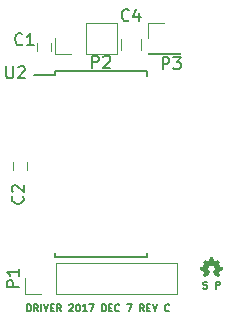
<source format=gto>
G04 #@! TF.FileFunction,Legend,Top*
%FSLAX46Y46*%
G04 Gerber Fmt 4.6, Leading zero omitted, Abs format (unit mm)*
G04 Created by KiCad (PCBNEW 4.0.4-stable) date 12/10/17 22:01:48*
%MOMM*%
%LPD*%
G01*
G04 APERTURE LIST*
%ADD10C,0.100000*%
%ADD11C,0.150000*%
%ADD12C,0.120000*%
G04 APERTURE END LIST*
D10*
D11*
X-6254001Y-12463429D02*
X-6254001Y-11863429D01*
X-6111144Y-11863429D01*
X-6025429Y-11892000D01*
X-5968287Y-11949143D01*
X-5939715Y-12006286D01*
X-5911144Y-12120571D01*
X-5911144Y-12206286D01*
X-5939715Y-12320571D01*
X-5968287Y-12377714D01*
X-6025429Y-12434857D01*
X-6111144Y-12463429D01*
X-6254001Y-12463429D01*
X-5311144Y-12463429D02*
X-5511144Y-12177714D01*
X-5654001Y-12463429D02*
X-5654001Y-11863429D01*
X-5425429Y-11863429D01*
X-5368287Y-11892000D01*
X-5339715Y-11920571D01*
X-5311144Y-11977714D01*
X-5311144Y-12063429D01*
X-5339715Y-12120571D01*
X-5368287Y-12149143D01*
X-5425429Y-12177714D01*
X-5654001Y-12177714D01*
X-5054001Y-12463429D02*
X-5054001Y-11863429D01*
X-4854001Y-11863429D02*
X-4654001Y-12463429D01*
X-4454001Y-11863429D01*
X-4254001Y-12149143D02*
X-4054001Y-12149143D01*
X-3968287Y-12463429D02*
X-4254001Y-12463429D01*
X-4254001Y-11863429D01*
X-3968287Y-11863429D01*
X-3368287Y-12463429D02*
X-3568287Y-12177714D01*
X-3711144Y-12463429D02*
X-3711144Y-11863429D01*
X-3482572Y-11863429D01*
X-3425430Y-11892000D01*
X-3396858Y-11920571D01*
X-3368287Y-11977714D01*
X-3368287Y-12063429D01*
X-3396858Y-12120571D01*
X-3425430Y-12149143D01*
X-3482572Y-12177714D01*
X-3711144Y-12177714D01*
X-2682572Y-11920571D02*
X-2654001Y-11892000D01*
X-2596858Y-11863429D01*
X-2454001Y-11863429D01*
X-2396858Y-11892000D01*
X-2368287Y-11920571D01*
X-2339715Y-11977714D01*
X-2339715Y-12034857D01*
X-2368287Y-12120571D01*
X-2711144Y-12463429D01*
X-2339715Y-12463429D01*
X-1968286Y-11863429D02*
X-1911143Y-11863429D01*
X-1854000Y-11892000D01*
X-1825429Y-11920571D01*
X-1796858Y-11977714D01*
X-1768286Y-12092000D01*
X-1768286Y-12234857D01*
X-1796858Y-12349143D01*
X-1825429Y-12406286D01*
X-1854000Y-12434857D01*
X-1911143Y-12463429D01*
X-1968286Y-12463429D01*
X-2025429Y-12434857D01*
X-2054000Y-12406286D01*
X-2082572Y-12349143D01*
X-2111143Y-12234857D01*
X-2111143Y-12092000D01*
X-2082572Y-11977714D01*
X-2054000Y-11920571D01*
X-2025429Y-11892000D01*
X-1968286Y-11863429D01*
X-1196857Y-12463429D02*
X-1539714Y-12463429D01*
X-1368286Y-12463429D02*
X-1368286Y-11863429D01*
X-1425429Y-11949143D01*
X-1482571Y-12006286D01*
X-1539714Y-12034857D01*
X-996857Y-11863429D02*
X-596857Y-11863429D01*
X-854000Y-12463429D01*
X88858Y-12463429D02*
X88858Y-11863429D01*
X231715Y-11863429D01*
X317430Y-11892000D01*
X374572Y-11949143D01*
X403144Y-12006286D01*
X431715Y-12120571D01*
X431715Y-12206286D01*
X403144Y-12320571D01*
X374572Y-12377714D01*
X317430Y-12434857D01*
X231715Y-12463429D01*
X88858Y-12463429D01*
X688858Y-12149143D02*
X888858Y-12149143D01*
X974572Y-12463429D02*
X688858Y-12463429D01*
X688858Y-11863429D01*
X974572Y-11863429D01*
X1574572Y-12406286D02*
X1546001Y-12434857D01*
X1460287Y-12463429D01*
X1403144Y-12463429D01*
X1317429Y-12434857D01*
X1260287Y-12377714D01*
X1231715Y-12320571D01*
X1203144Y-12206286D01*
X1203144Y-12120571D01*
X1231715Y-12006286D01*
X1260287Y-11949143D01*
X1317429Y-11892000D01*
X1403144Y-11863429D01*
X1460287Y-11863429D01*
X1546001Y-11892000D01*
X1574572Y-11920571D01*
X2231715Y-11863429D02*
X2631715Y-11863429D01*
X2374572Y-12463429D01*
X3660287Y-12463429D02*
X3460287Y-12177714D01*
X3317430Y-12463429D02*
X3317430Y-11863429D01*
X3546002Y-11863429D01*
X3603144Y-11892000D01*
X3631716Y-11920571D01*
X3660287Y-11977714D01*
X3660287Y-12063429D01*
X3631716Y-12120571D01*
X3603144Y-12149143D01*
X3546002Y-12177714D01*
X3317430Y-12177714D01*
X3917430Y-12149143D02*
X4117430Y-12149143D01*
X4203144Y-12463429D02*
X3917430Y-12463429D01*
X3917430Y-11863429D01*
X4203144Y-11863429D01*
X4374573Y-11863429D02*
X4574573Y-12463429D01*
X4774573Y-11863429D01*
X5774573Y-12406286D02*
X5746002Y-12434857D01*
X5660288Y-12463429D01*
X5603145Y-12463429D01*
X5517430Y-12434857D01*
X5460288Y-12377714D01*
X5431716Y-12320571D01*
X5403145Y-12206286D01*
X5403145Y-12120571D01*
X5431716Y-12006286D01*
X5460288Y-11949143D01*
X5517430Y-11892000D01*
X5603145Y-11863429D01*
X5660288Y-11863429D01*
X5746002Y-11892000D01*
X5774573Y-11920571D01*
X8668131Y-10502210D02*
X8753845Y-10530782D01*
X8896702Y-10530782D01*
X8953845Y-10502210D01*
X8982416Y-10473639D01*
X9010988Y-10416496D01*
X9010988Y-10359353D01*
X8982416Y-10302210D01*
X8953845Y-10273639D01*
X8896702Y-10245067D01*
X8782416Y-10216496D01*
X8725274Y-10187924D01*
X8696702Y-10159353D01*
X8668131Y-10102210D01*
X8668131Y-10045067D01*
X8696702Y-9987924D01*
X8725274Y-9959353D01*
X8782416Y-9930782D01*
X8925274Y-9930782D01*
X9010988Y-9959353D01*
X9725274Y-10530782D02*
X9725274Y-9930782D01*
X9953846Y-9930782D01*
X10010988Y-9959353D01*
X10039560Y-9987924D01*
X10068131Y-10045067D01*
X10068131Y-10130782D01*
X10039560Y-10187924D01*
X10010988Y-10216496D01*
X9953846Y-10245067D01*
X9725274Y-10245067D01*
X-3876000Y7875000D02*
X-3876000Y7600000D01*
X3874000Y7875000D02*
X3874000Y7510000D01*
X3874000Y-7875000D02*
X3874000Y-7510000D01*
X-3876000Y-7875000D02*
X-3876000Y-7510000D01*
X-3876000Y7875000D02*
X3874000Y7875000D01*
X-3876000Y-7875000D02*
X3874000Y-7875000D01*
X-3876000Y7600000D02*
X-5701000Y7600000D01*
D10*
G36*
X10302519Y-8697338D02*
X10070547Y-8654200D01*
X10056817Y-8642389D01*
X9985711Y-8476499D01*
X9986840Y-8458564D01*
X10121996Y-8261572D01*
X10120514Y-8245542D01*
X9951703Y-8076731D01*
X9935687Y-8075249D01*
X9735239Y-8212804D01*
X9717219Y-8214103D01*
X9556408Y-8148274D01*
X9544555Y-8134699D01*
X9499893Y-7894768D01*
X9487518Y-7884481D01*
X9248758Y-7884481D01*
X9236397Y-7894768D01*
X9191749Y-8134699D01*
X9179896Y-8148274D01*
X9019072Y-8214103D01*
X9001052Y-8212804D01*
X8800617Y-8075249D01*
X8784587Y-8076731D01*
X8615762Y-8245542D01*
X8614280Y-8261572D01*
X8749451Y-8458564D01*
X8750565Y-8476499D01*
X8679445Y-8642389D01*
X8665715Y-8654200D01*
X8433757Y-8697338D01*
X8423470Y-8709727D01*
X8423484Y-8948473D01*
X8433771Y-8960863D01*
X8660043Y-9002970D01*
X8673476Y-9014866D01*
X8744117Y-9191325D01*
X8742776Y-9209345D01*
X8614252Y-9396642D01*
X8615734Y-9412686D01*
X8784573Y-9581498D01*
X8800603Y-9582979D01*
X8984584Y-9456699D01*
X9002223Y-9456092D01*
X9083362Y-9499413D01*
X9096697Y-9494503D01*
X9263998Y-9090262D01*
X9259087Y-9075149D01*
X9238782Y-9062717D01*
X9225940Y-9052881D01*
X9137547Y-8959131D01*
X9104091Y-8830476D01*
X9124842Y-8727701D01*
X9181429Y-8643775D01*
X9265355Y-8587192D01*
X9368124Y-8566443D01*
X9470891Y-8587192D01*
X9554812Y-8643775D01*
X9611394Y-8727701D01*
X9632143Y-8830476D01*
X9598692Y-8959131D01*
X9510293Y-9052881D01*
X9497480Y-9062717D01*
X9477175Y-9075149D01*
X9472264Y-9090262D01*
X9639551Y-9494517D01*
X9652886Y-9499427D01*
X9734025Y-9456106D01*
X9751664Y-9456713D01*
X9935659Y-9582993D01*
X9951675Y-9581512D01*
X10120514Y-9412700D01*
X10121996Y-9396656D01*
X9993458Y-9209359D01*
X9992131Y-9191339D01*
X10062772Y-9014880D01*
X10076191Y-9002984D01*
X10302463Y-8960877D01*
X10312750Y-8948487D01*
X10312778Y-8709741D01*
X10302519Y-8697338D01*
X10302519Y-8697338D01*
G37*
D12*
X3390000Y9644000D02*
X3390000Y10644000D01*
X1690000Y10644000D02*
X1690000Y9644000D01*
X-5426000Y9568000D02*
X-5426000Y10268000D01*
X-4226000Y10268000D02*
X-4226000Y9568000D01*
X-7458000Y-465000D02*
X-7458000Y235000D01*
X-6258000Y235000D02*
X-6258000Y-465000D01*
X6410000Y-10982000D02*
X6410000Y-8322000D01*
X-3810000Y-10982000D02*
X6410000Y-10982000D01*
X-3810000Y-8322000D02*
X6410000Y-8322000D01*
X-3810000Y-10982000D02*
X-3810000Y-8322000D01*
X-5080000Y-10982000D02*
X-6410000Y-10982000D01*
X-6410000Y-10982000D02*
X-6410000Y-9652000D01*
X1330000Y9338000D02*
X1330000Y11998000D01*
X-1270000Y9338000D02*
X1330000Y9338000D01*
X-1270000Y11998000D02*
X1330000Y11998000D01*
X-1270000Y9338000D02*
X-1270000Y11998000D01*
X-2540000Y9338000D02*
X-3870000Y9338000D01*
X-3870000Y9338000D02*
X-3870000Y10668000D01*
X4004000Y9338000D02*
X6664000Y9338000D01*
X4004000Y9398000D02*
X4004000Y9338000D01*
X6664000Y9398000D02*
X6664000Y9338000D01*
X4004000Y9398000D02*
X6664000Y9398000D01*
X4004000Y10668000D02*
X4004000Y11998000D01*
X4004000Y11998000D02*
X5334000Y11998000D01*
D11*
X-8000905Y8294619D02*
X-8000905Y7485095D01*
X-7953286Y7389857D01*
X-7905667Y7342238D01*
X-7810429Y7294619D01*
X-7619952Y7294619D01*
X-7524714Y7342238D01*
X-7477095Y7389857D01*
X-7429476Y7485095D01*
X-7429476Y8294619D01*
X-7000905Y8199381D02*
X-6953286Y8247000D01*
X-6858048Y8294619D01*
X-6619952Y8294619D01*
X-6524714Y8247000D01*
X-6477095Y8199381D01*
X-6429476Y8104143D01*
X-6429476Y8008905D01*
X-6477095Y7866048D01*
X-7048524Y7294619D01*
X-6429476Y7294619D01*
X2373334Y12215857D02*
X2325715Y12168238D01*
X2182858Y12120619D01*
X2087620Y12120619D01*
X1944762Y12168238D01*
X1849524Y12263476D01*
X1801905Y12358714D01*
X1754286Y12549190D01*
X1754286Y12692048D01*
X1801905Y12882524D01*
X1849524Y12977762D01*
X1944762Y13073000D01*
X2087620Y13120619D01*
X2182858Y13120619D01*
X2325715Y13073000D01*
X2373334Y13025381D01*
X3230477Y12787286D02*
X3230477Y12120619D01*
X2992381Y13168238D02*
X2754286Y12453952D01*
X3373334Y12453952D01*
X-6643666Y10183857D02*
X-6691285Y10136238D01*
X-6834142Y10088619D01*
X-6929380Y10088619D01*
X-7072238Y10136238D01*
X-7167476Y10231476D01*
X-7215095Y10326714D01*
X-7262714Y10517190D01*
X-7262714Y10660048D01*
X-7215095Y10850524D01*
X-7167476Y10945762D01*
X-7072238Y11041000D01*
X-6929380Y11088619D01*
X-6834142Y11088619D01*
X-6691285Y11041000D01*
X-6643666Y10993381D01*
X-5691285Y10088619D02*
X-6262714Y10088619D01*
X-5977000Y10088619D02*
X-5977000Y11088619D01*
X-6072238Y10945762D01*
X-6167476Y10850524D01*
X-6262714Y10802905D01*
X-6627857Y-2706666D02*
X-6580238Y-2754285D01*
X-6532619Y-2897142D01*
X-6532619Y-2992380D01*
X-6580238Y-3135238D01*
X-6675476Y-3230476D01*
X-6770714Y-3278095D01*
X-6961190Y-3325714D01*
X-7104048Y-3325714D01*
X-7294524Y-3278095D01*
X-7389762Y-3230476D01*
X-7485000Y-3135238D01*
X-7532619Y-2992380D01*
X-7532619Y-2897142D01*
X-7485000Y-2754285D01*
X-7437381Y-2706666D01*
X-7437381Y-2325714D02*
X-7485000Y-2278095D01*
X-7532619Y-2182857D01*
X-7532619Y-1944761D01*
X-7485000Y-1849523D01*
X-7437381Y-1801904D01*
X-7342143Y-1754285D01*
X-7246905Y-1754285D01*
X-7104048Y-1801904D01*
X-6532619Y-2373333D01*
X-6532619Y-1754285D01*
X-6957619Y-10390095D02*
X-7957619Y-10390095D01*
X-7957619Y-10009142D01*
X-7910000Y-9913904D01*
X-7862381Y-9866285D01*
X-7767143Y-9818666D01*
X-7624286Y-9818666D01*
X-7529048Y-9866285D01*
X-7481429Y-9913904D01*
X-7433810Y-10009142D01*
X-7433810Y-10390095D01*
X-6957619Y-8866285D02*
X-6957619Y-9437714D01*
X-6957619Y-9152000D02*
X-7957619Y-9152000D01*
X-7814762Y-9247238D01*
X-7719524Y-9342476D01*
X-7671905Y-9437714D01*
X-738095Y8183619D02*
X-738095Y9183619D01*
X-357142Y9183619D01*
X-261904Y9136000D01*
X-214285Y9088381D01*
X-166666Y8993143D01*
X-166666Y8850286D01*
X-214285Y8755048D01*
X-261904Y8707429D01*
X-357142Y8659810D01*
X-738095Y8659810D01*
X214286Y9088381D02*
X261905Y9136000D01*
X357143Y9183619D01*
X595239Y9183619D01*
X690477Y9136000D01*
X738096Y9088381D01*
X785715Y8993143D01*
X785715Y8897905D01*
X738096Y8755048D01*
X166667Y8183619D01*
X785715Y8183619D01*
X5230905Y8056619D02*
X5230905Y9056619D01*
X5611858Y9056619D01*
X5707096Y9009000D01*
X5754715Y8961381D01*
X5802334Y8866143D01*
X5802334Y8723286D01*
X5754715Y8628048D01*
X5707096Y8580429D01*
X5611858Y8532810D01*
X5230905Y8532810D01*
X6135667Y9056619D02*
X6754715Y9056619D01*
X6421381Y8675667D01*
X6564239Y8675667D01*
X6659477Y8628048D01*
X6707096Y8580429D01*
X6754715Y8485190D01*
X6754715Y8247095D01*
X6707096Y8151857D01*
X6659477Y8104238D01*
X6564239Y8056619D01*
X6278524Y8056619D01*
X6183286Y8104238D01*
X6135667Y8151857D01*
M02*

</source>
